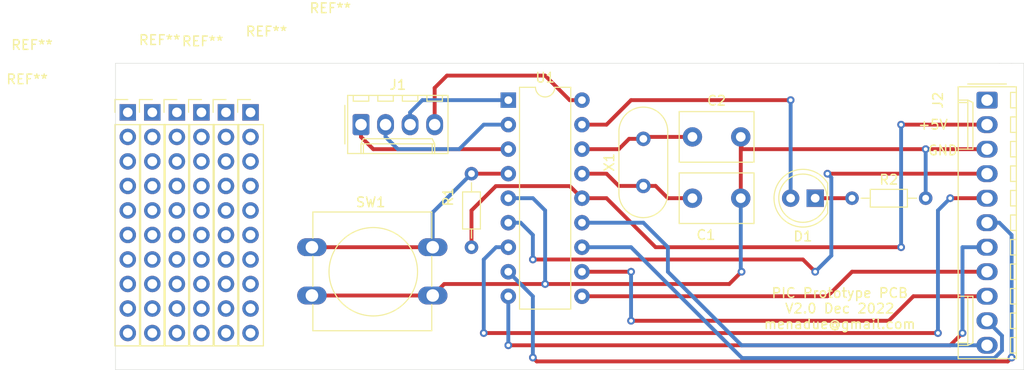
<source format=kicad_pcb>
(kicad_pcb (version 20171130) (host pcbnew 5.1.5+dfsg1-2build2)

  (general
    (thickness 1.6)
    (drawings 10)
    (tracks 127)
    (zones 0)
    (modules 16)
    (nets 20)
  )

  (page A4)
  (layers
    (0 F.Cu signal)
    (31 B.Cu signal)
    (32 B.Adhes user)
    (33 F.Adhes user)
    (34 B.Paste user)
    (35 F.Paste user)
    (36 B.SilkS user)
    (37 F.SilkS user)
    (38 B.Mask user)
    (39 F.Mask user)
    (40 Dwgs.User user)
    (41 Cmts.User user)
    (42 Eco1.User user)
    (43 Eco2.User user)
    (44 Edge.Cuts user)
    (45 Margin user)
    (46 B.CrtYd user)
    (47 F.CrtYd user)
    (48 B.Fab user)
    (49 F.Fab user)
  )

  (setup
    (last_trace_width 0.25)
    (user_trace_width 0.4)
    (trace_clearance 0.2)
    (zone_clearance 0.508)
    (zone_45_only no)
    (trace_min 0.2)
    (via_size 0.8)
    (via_drill 0.4)
    (via_min_size 0.4)
    (via_min_drill 0.3)
    (user_via 1.1 1)
    (uvia_size 0.3)
    (uvia_drill 0.1)
    (uvias_allowed no)
    (uvia_min_size 0.2)
    (uvia_min_drill 0.1)
    (edge_width 0.05)
    (segment_width 0.2)
    (pcb_text_width 0.3)
    (pcb_text_size 1.5 1.5)
    (mod_edge_width 0.12)
    (mod_text_size 1 1)
    (mod_text_width 0.15)
    (pad_size 1.524 1.524)
    (pad_drill 0.762)
    (pad_to_mask_clearance 0.05)
    (aux_axis_origin 0 0)
    (visible_elements FFFFFF7F)
    (pcbplotparams
      (layerselection 0x010fc_ffffffff)
      (usegerberextensions false)
      (usegerberattributes true)
      (usegerberadvancedattributes true)
      (creategerberjobfile true)
      (excludeedgelayer true)
      (linewidth 0.100000)
      (plotframeref false)
      (viasonmask false)
      (mode 1)
      (useauxorigin false)
      (hpglpennumber 1)
      (hpglpenspeed 20)
      (hpglpendiameter 15.000000)
      (psnegative false)
      (psa4output false)
      (plotreference true)
      (plotvalue true)
      (plotinvisibletext false)
      (padsonsilk false)
      (subtractmaskfromsilk false)
      (outputformat 1)
      (mirror false)
      (drillshape 0)
      (scaleselection 1)
      (outputdirectory "fab2/"))
  )

  (net 0 "")
  (net 1 GND)
  (net 2 "Net-(C1-Pad1)")
  (net 3 "Net-(C2-Pad1)")
  (net 4 "Net-(D1-Pad2)")
  (net 5 "Net-(D1-Pad1)")
  (net 6 IO1)
  (net 7 IO2)
  (net 8 IO3)
  (net 9 "Net-(J2-Pad11)")
  (net 10 "Net-(J2-Pad10)")
  (net 11 "Net-(J2-Pad9)")
  (net 12 "Net-(J2-Pad8)")
  (net 13 "Net-(J2-Pad7)")
  (net 14 "Net-(J2-Pad6)")
  (net 15 "Net-(J2-Pad5)")
  (net 16 "Net-(J2-Pad4)")
  (net 17 +5V)
  (net 18 "Net-(R1-Pad2)")
  (net 19 IO4)

  (net_class Default "This is the default net class."
    (clearance 0.2)
    (trace_width 0.25)
    (via_dia 0.8)
    (via_drill 0.4)
    (uvia_dia 0.3)
    (uvia_drill 0.1)
    (add_net +5V)
    (add_net GND)
    (add_net IO1)
    (add_net IO2)
    (add_net IO3)
    (add_net IO4)
    (add_net "Net-(C1-Pad1)")
    (add_net "Net-(C2-Pad1)")
    (add_net "Net-(D1-Pad1)")
    (add_net "Net-(D1-Pad2)")
    (add_net "Net-(J2-Pad10)")
    (add_net "Net-(J2-Pad11)")
    (add_net "Net-(J2-Pad4)")
    (add_net "Net-(J2-Pad5)")
    (add_net "Net-(J2-Pad6)")
    (add_net "Net-(J2-Pad7)")
    (add_net "Net-(J2-Pad8)")
    (add_net "Net-(J2-Pad9)")
    (add_net "Net-(R1-Pad2)")
  )

  (module Connector_PinHeader_2.54mm:PinHeader_1x10_P2.54mm_Vertical (layer F.Cu) (tedit 59FED5CC) (tstamp 63B0AE2B)
    (at 137.16 50.8)
    (descr "Through hole straight pin header, 1x10, 2.54mm pitch, single row")
    (tags "Through hole pin header THT 1x10 2.54mm single row")
    (fp_text reference REF** (at 8.255 -10.795) (layer F.SilkS)
      (effects (font (size 1 1) (thickness 0.15)))
    )
    (fp_text value PinHeader_1x10_P2.54mm_Vertical (at 0 25.19) (layer F.Fab)
      (effects (font (size 1 1) (thickness 0.15)))
    )
    (fp_line (start -0.635 -1.27) (end 1.27 -1.27) (layer F.Fab) (width 0.1))
    (fp_line (start 1.27 -1.27) (end 1.27 24.13) (layer F.Fab) (width 0.1))
    (fp_line (start 1.27 24.13) (end -1.27 24.13) (layer F.Fab) (width 0.1))
    (fp_line (start -1.27 24.13) (end -1.27 -0.635) (layer F.Fab) (width 0.1))
    (fp_line (start -1.27 -0.635) (end -0.635 -1.27) (layer F.Fab) (width 0.1))
    (fp_line (start -1.33 24.19) (end 1.33 24.19) (layer F.SilkS) (width 0.12))
    (fp_line (start -1.33 1.27) (end -1.33 24.19) (layer F.SilkS) (width 0.12))
    (fp_line (start 1.33 1.27) (end 1.33 24.19) (layer F.SilkS) (width 0.12))
    (fp_line (start -1.33 1.27) (end 1.33 1.27) (layer F.SilkS) (width 0.12))
    (fp_line (start -1.33 0) (end -1.33 -1.33) (layer F.SilkS) (width 0.12))
    (fp_line (start -1.33 -1.33) (end 0 -1.33) (layer F.SilkS) (width 0.12))
    (fp_line (start -1.8 -1.8) (end -1.8 24.65) (layer F.CrtYd) (width 0.05))
    (fp_line (start -1.8 24.65) (end 1.8 24.65) (layer F.CrtYd) (width 0.05))
    (fp_line (start 1.8 24.65) (end 1.8 -1.8) (layer F.CrtYd) (width 0.05))
    (fp_line (start 1.8 -1.8) (end -1.8 -1.8) (layer F.CrtYd) (width 0.05))
    (fp_text user %R (at 0 11.43 90) (layer F.Fab)
      (effects (font (size 1 1) (thickness 0.15)))
    )
    (pad 1 thru_hole rect (at 0 0) (size 1.7 1.7) (drill 1) (layers *.Cu *.Mask))
    (pad 2 thru_hole oval (at 0 2.54) (size 1.7 1.7) (drill 1) (layers *.Cu *.Mask))
    (pad 3 thru_hole oval (at 0 5.08) (size 1.7 1.7) (drill 1) (layers *.Cu *.Mask))
    (pad 4 thru_hole oval (at 0 7.62) (size 1.7 1.7) (drill 1) (layers *.Cu *.Mask))
    (pad 5 thru_hole oval (at 0 10.16) (size 1.7 1.7) (drill 1) (layers *.Cu *.Mask))
    (pad 6 thru_hole oval (at 0 12.7) (size 1.7 1.7) (drill 1) (layers *.Cu *.Mask))
    (pad 7 thru_hole oval (at 0 15.24) (size 1.7 1.7) (drill 1) (layers *.Cu *.Mask))
    (pad 8 thru_hole oval (at 0 17.78) (size 1.7 1.7) (drill 1) (layers *.Cu *.Mask))
    (pad 9 thru_hole oval (at 0 20.32) (size 1.7 1.7) (drill 1) (layers *.Cu *.Mask))
    (pad 10 thru_hole oval (at 0 22.86) (size 1.7 1.7) (drill 1) (layers *.Cu *.Mask))
    (model ${KISYS3DMOD}/Connector_PinHeader_2.54mm.3dshapes/PinHeader_1x10_P2.54mm_Vertical.wrl
      (at (xyz 0 0 0))
      (scale (xyz 1 1 1))
      (rotate (xyz 0 0 0))
    )
  )

  (module Connector_PinHeader_2.54mm:PinHeader_1x10_P2.54mm_Vertical (layer F.Cu) (tedit 59FED5CC) (tstamp 63B0AE2B)
    (at 134.62 50.8)
    (descr "Through hole straight pin header, 1x10, 2.54mm pitch, single row")
    (tags "Through hole pin header THT 1x10 2.54mm single row")
    (fp_text reference REF** (at 4.191 -8.382) (layer F.SilkS)
      (effects (font (size 1 1) (thickness 0.15)))
    )
    (fp_text value PinHeader_1x10_P2.54mm_Vertical (at 0 25.19) (layer F.Fab)
      (effects (font (size 1 1) (thickness 0.15)))
    )
    (fp_line (start -0.635 -1.27) (end 1.27 -1.27) (layer F.Fab) (width 0.1))
    (fp_line (start 1.27 -1.27) (end 1.27 24.13) (layer F.Fab) (width 0.1))
    (fp_line (start 1.27 24.13) (end -1.27 24.13) (layer F.Fab) (width 0.1))
    (fp_line (start -1.27 24.13) (end -1.27 -0.635) (layer F.Fab) (width 0.1))
    (fp_line (start -1.27 -0.635) (end -0.635 -1.27) (layer F.Fab) (width 0.1))
    (fp_line (start -1.33 24.19) (end 1.33 24.19) (layer F.SilkS) (width 0.12))
    (fp_line (start -1.33 1.27) (end -1.33 24.19) (layer F.SilkS) (width 0.12))
    (fp_line (start 1.33 1.27) (end 1.33 24.19) (layer F.SilkS) (width 0.12))
    (fp_line (start -1.33 1.27) (end 1.33 1.27) (layer F.SilkS) (width 0.12))
    (fp_line (start -1.33 0) (end -1.33 -1.33) (layer F.SilkS) (width 0.12))
    (fp_line (start -1.33 -1.33) (end 0 -1.33) (layer F.SilkS) (width 0.12))
    (fp_line (start -1.8 -1.8) (end -1.8 24.65) (layer F.CrtYd) (width 0.05))
    (fp_line (start -1.8 24.65) (end 1.8 24.65) (layer F.CrtYd) (width 0.05))
    (fp_line (start 1.8 24.65) (end 1.8 -1.8) (layer F.CrtYd) (width 0.05))
    (fp_line (start 1.8 -1.8) (end -1.8 -1.8) (layer F.CrtYd) (width 0.05))
    (fp_text user %R (at 0 11.43 90) (layer F.Fab)
      (effects (font (size 1 1) (thickness 0.15)))
    )
    (pad 1 thru_hole rect (at 0 0) (size 1.7 1.7) (drill 1) (layers *.Cu *.Mask))
    (pad 2 thru_hole oval (at 0 2.54) (size 1.7 1.7) (drill 1) (layers *.Cu *.Mask))
    (pad 3 thru_hole oval (at 0 5.08) (size 1.7 1.7) (drill 1) (layers *.Cu *.Mask))
    (pad 4 thru_hole oval (at 0 7.62) (size 1.7 1.7) (drill 1) (layers *.Cu *.Mask))
    (pad 5 thru_hole oval (at 0 10.16) (size 1.7 1.7) (drill 1) (layers *.Cu *.Mask))
    (pad 6 thru_hole oval (at 0 12.7) (size 1.7 1.7) (drill 1) (layers *.Cu *.Mask))
    (pad 7 thru_hole oval (at 0 15.24) (size 1.7 1.7) (drill 1) (layers *.Cu *.Mask))
    (pad 8 thru_hole oval (at 0 17.78) (size 1.7 1.7) (drill 1) (layers *.Cu *.Mask))
    (pad 9 thru_hole oval (at 0 20.32) (size 1.7 1.7) (drill 1) (layers *.Cu *.Mask))
    (pad 10 thru_hole oval (at 0 22.86) (size 1.7 1.7) (drill 1) (layers *.Cu *.Mask))
    (model ${KISYS3DMOD}/Connector_PinHeader_2.54mm.3dshapes/PinHeader_1x10_P2.54mm_Vertical.wrl
      (at (xyz 0 0 0))
      (scale (xyz 1 1 1))
      (rotate (xyz 0 0 0))
    )
  )

  (module Connector_PinHeader_2.54mm:PinHeader_1x10_P2.54mm_Vertical (layer F.Cu) (tedit 59FED5CC) (tstamp 63B0AE2B)
    (at 132.08 50.8)
    (descr "Through hole straight pin header, 1x10, 2.54mm pitch, single row")
    (tags "Through hole pin header THT 1x10 2.54mm single row")
    (fp_text reference REF** (at 0.127 -7.366) (layer F.SilkS)
      (effects (font (size 1 1) (thickness 0.15)))
    )
    (fp_text value PinHeader_1x10_P2.54mm_Vertical (at 0 25.19) (layer F.Fab)
      (effects (font (size 1 1) (thickness 0.15)))
    )
    (fp_line (start -0.635 -1.27) (end 1.27 -1.27) (layer F.Fab) (width 0.1))
    (fp_line (start 1.27 -1.27) (end 1.27 24.13) (layer F.Fab) (width 0.1))
    (fp_line (start 1.27 24.13) (end -1.27 24.13) (layer F.Fab) (width 0.1))
    (fp_line (start -1.27 24.13) (end -1.27 -0.635) (layer F.Fab) (width 0.1))
    (fp_line (start -1.27 -0.635) (end -0.635 -1.27) (layer F.Fab) (width 0.1))
    (fp_line (start -1.33 24.19) (end 1.33 24.19) (layer F.SilkS) (width 0.12))
    (fp_line (start -1.33 1.27) (end -1.33 24.19) (layer F.SilkS) (width 0.12))
    (fp_line (start 1.33 1.27) (end 1.33 24.19) (layer F.SilkS) (width 0.12))
    (fp_line (start -1.33 1.27) (end 1.33 1.27) (layer F.SilkS) (width 0.12))
    (fp_line (start -1.33 0) (end -1.33 -1.33) (layer F.SilkS) (width 0.12))
    (fp_line (start -1.33 -1.33) (end 0 -1.33) (layer F.SilkS) (width 0.12))
    (fp_line (start -1.8 -1.8) (end -1.8 24.65) (layer F.CrtYd) (width 0.05))
    (fp_line (start -1.8 24.65) (end 1.8 24.65) (layer F.CrtYd) (width 0.05))
    (fp_line (start 1.8 24.65) (end 1.8 -1.8) (layer F.CrtYd) (width 0.05))
    (fp_line (start 1.8 -1.8) (end -1.8 -1.8) (layer F.CrtYd) (width 0.05))
    (fp_text user %R (at 0 11.43 90) (layer F.Fab)
      (effects (font (size 1 1) (thickness 0.15)))
    )
    (pad 1 thru_hole rect (at 0 0) (size 1.7 1.7) (drill 1) (layers *.Cu *.Mask))
    (pad 2 thru_hole oval (at 0 2.54) (size 1.7 1.7) (drill 1) (layers *.Cu *.Mask))
    (pad 3 thru_hole oval (at 0 5.08) (size 1.7 1.7) (drill 1) (layers *.Cu *.Mask))
    (pad 4 thru_hole oval (at 0 7.62) (size 1.7 1.7) (drill 1) (layers *.Cu *.Mask))
    (pad 5 thru_hole oval (at 0 10.16) (size 1.7 1.7) (drill 1) (layers *.Cu *.Mask))
    (pad 6 thru_hole oval (at 0 12.7) (size 1.7 1.7) (drill 1) (layers *.Cu *.Mask))
    (pad 7 thru_hole oval (at 0 15.24) (size 1.7 1.7) (drill 1) (layers *.Cu *.Mask))
    (pad 8 thru_hole oval (at 0 17.78) (size 1.7 1.7) (drill 1) (layers *.Cu *.Mask))
    (pad 9 thru_hole oval (at 0 20.32) (size 1.7 1.7) (drill 1) (layers *.Cu *.Mask))
    (pad 10 thru_hole oval (at 0 22.86) (size 1.7 1.7) (drill 1) (layers *.Cu *.Mask))
    (model ${KISYS3DMOD}/Connector_PinHeader_2.54mm.3dshapes/PinHeader_1x10_P2.54mm_Vertical.wrl
      (at (xyz 0 0 0))
      (scale (xyz 1 1 1))
      (rotate (xyz 0 0 0))
    )
  )

  (module Connector_PinHeader_2.54mm:PinHeader_1x10_P2.54mm_Vertical (layer F.Cu) (tedit 59FED5CC) (tstamp 63B0AE2B)
    (at 129.54 50.8)
    (descr "Through hole straight pin header, 1x10, 2.54mm pitch, single row")
    (tags "Through hole pin header THT 1x10 2.54mm single row")
    (fp_text reference REF** (at -1.778 -7.493) (layer F.SilkS)
      (effects (font (size 1 1) (thickness 0.15)))
    )
    (fp_text value PinHeader_1x10_P2.54mm_Vertical (at 0 25.19) (layer F.Fab)
      (effects (font (size 1 1) (thickness 0.15)))
    )
    (fp_line (start -0.635 -1.27) (end 1.27 -1.27) (layer F.Fab) (width 0.1))
    (fp_line (start 1.27 -1.27) (end 1.27 24.13) (layer F.Fab) (width 0.1))
    (fp_line (start 1.27 24.13) (end -1.27 24.13) (layer F.Fab) (width 0.1))
    (fp_line (start -1.27 24.13) (end -1.27 -0.635) (layer F.Fab) (width 0.1))
    (fp_line (start -1.27 -0.635) (end -0.635 -1.27) (layer F.Fab) (width 0.1))
    (fp_line (start -1.33 24.19) (end 1.33 24.19) (layer F.SilkS) (width 0.12))
    (fp_line (start -1.33 1.27) (end -1.33 24.19) (layer F.SilkS) (width 0.12))
    (fp_line (start 1.33 1.27) (end 1.33 24.19) (layer F.SilkS) (width 0.12))
    (fp_line (start -1.33 1.27) (end 1.33 1.27) (layer F.SilkS) (width 0.12))
    (fp_line (start -1.33 0) (end -1.33 -1.33) (layer F.SilkS) (width 0.12))
    (fp_line (start -1.33 -1.33) (end 0 -1.33) (layer F.SilkS) (width 0.12))
    (fp_line (start -1.8 -1.8) (end -1.8 24.65) (layer F.CrtYd) (width 0.05))
    (fp_line (start -1.8 24.65) (end 1.8 24.65) (layer F.CrtYd) (width 0.05))
    (fp_line (start 1.8 24.65) (end 1.8 -1.8) (layer F.CrtYd) (width 0.05))
    (fp_line (start 1.8 -1.8) (end -1.8 -1.8) (layer F.CrtYd) (width 0.05))
    (fp_text user %R (at 0 11.43 90) (layer F.Fab)
      (effects (font (size 1 1) (thickness 0.15)))
    )
    (pad 1 thru_hole rect (at 0 0) (size 1.7 1.7) (drill 1) (layers *.Cu *.Mask))
    (pad 2 thru_hole oval (at 0 2.54) (size 1.7 1.7) (drill 1) (layers *.Cu *.Mask))
    (pad 3 thru_hole oval (at 0 5.08) (size 1.7 1.7) (drill 1) (layers *.Cu *.Mask))
    (pad 4 thru_hole oval (at 0 7.62) (size 1.7 1.7) (drill 1) (layers *.Cu *.Mask))
    (pad 5 thru_hole oval (at 0 10.16) (size 1.7 1.7) (drill 1) (layers *.Cu *.Mask))
    (pad 6 thru_hole oval (at 0 12.7) (size 1.7 1.7) (drill 1) (layers *.Cu *.Mask))
    (pad 7 thru_hole oval (at 0 15.24) (size 1.7 1.7) (drill 1) (layers *.Cu *.Mask))
    (pad 8 thru_hole oval (at 0 17.78) (size 1.7 1.7) (drill 1) (layers *.Cu *.Mask))
    (pad 9 thru_hole oval (at 0 20.32) (size 1.7 1.7) (drill 1) (layers *.Cu *.Mask))
    (pad 10 thru_hole oval (at 0 22.86) (size 1.7 1.7) (drill 1) (layers *.Cu *.Mask))
    (model ${KISYS3DMOD}/Connector_PinHeader_2.54mm.3dshapes/PinHeader_1x10_P2.54mm_Vertical.wrl
      (at (xyz 0 0 0))
      (scale (xyz 1 1 1))
      (rotate (xyz 0 0 0))
    )
  )

  (module Connector_PinHeader_2.54mm:PinHeader_1x10_P2.54mm_Vertical (layer F.Cu) (tedit 59FED5CC) (tstamp 63B0ADB1)
    (at 127 50.8)
    (descr "Through hole straight pin header, 1x10, 2.54mm pitch, single row")
    (tags "Through hole pin header THT 1x10 2.54mm single row")
    (fp_text reference REF** (at -12.446 -6.985) (layer F.SilkS)
      (effects (font (size 1 1) (thickness 0.15)))
    )
    (fp_text value PinHeader_1x10_P2.54mm_Vertical (at 0 25.19) (layer F.Fab)
      (effects (font (size 1 1) (thickness 0.15)))
    )
    (fp_text user %R (at 0 11.43 90) (layer F.Fab)
      (effects (font (size 1 1) (thickness 0.15)))
    )
    (fp_line (start 1.8 -1.8) (end -1.8 -1.8) (layer F.CrtYd) (width 0.05))
    (fp_line (start 1.8 24.65) (end 1.8 -1.8) (layer F.CrtYd) (width 0.05))
    (fp_line (start -1.8 24.65) (end 1.8 24.65) (layer F.CrtYd) (width 0.05))
    (fp_line (start -1.8 -1.8) (end -1.8 24.65) (layer F.CrtYd) (width 0.05))
    (fp_line (start -1.33 -1.33) (end 0 -1.33) (layer F.SilkS) (width 0.12))
    (fp_line (start -1.33 0) (end -1.33 -1.33) (layer F.SilkS) (width 0.12))
    (fp_line (start -1.33 1.27) (end 1.33 1.27) (layer F.SilkS) (width 0.12))
    (fp_line (start 1.33 1.27) (end 1.33 24.19) (layer F.SilkS) (width 0.12))
    (fp_line (start -1.33 1.27) (end -1.33 24.19) (layer F.SilkS) (width 0.12))
    (fp_line (start -1.33 24.19) (end 1.33 24.19) (layer F.SilkS) (width 0.12))
    (fp_line (start -1.27 -0.635) (end -0.635 -1.27) (layer F.Fab) (width 0.1))
    (fp_line (start -1.27 24.13) (end -1.27 -0.635) (layer F.Fab) (width 0.1))
    (fp_line (start 1.27 24.13) (end -1.27 24.13) (layer F.Fab) (width 0.1))
    (fp_line (start 1.27 -1.27) (end 1.27 24.13) (layer F.Fab) (width 0.1))
    (fp_line (start -0.635 -1.27) (end 1.27 -1.27) (layer F.Fab) (width 0.1))
    (pad 10 thru_hole oval (at 0 22.86) (size 1.7 1.7) (drill 1) (layers *.Cu *.Mask))
    (pad 9 thru_hole oval (at 0 20.32) (size 1.7 1.7) (drill 1) (layers *.Cu *.Mask))
    (pad 8 thru_hole oval (at 0 17.78) (size 1.7 1.7) (drill 1) (layers *.Cu *.Mask))
    (pad 7 thru_hole oval (at 0 15.24) (size 1.7 1.7) (drill 1) (layers *.Cu *.Mask))
    (pad 6 thru_hole oval (at 0 12.7) (size 1.7 1.7) (drill 1) (layers *.Cu *.Mask))
    (pad 5 thru_hole oval (at 0 10.16) (size 1.7 1.7) (drill 1) (layers *.Cu *.Mask))
    (pad 4 thru_hole oval (at 0 7.62) (size 1.7 1.7) (drill 1) (layers *.Cu *.Mask))
    (pad 3 thru_hole oval (at 0 5.08) (size 1.7 1.7) (drill 1) (layers *.Cu *.Mask))
    (pad 2 thru_hole oval (at 0 2.54) (size 1.7 1.7) (drill 1) (layers *.Cu *.Mask))
    (pad 1 thru_hole rect (at 0 0) (size 1.7 1.7) (drill 1) (layers *.Cu *.Mask))
    (model ${KISYS3DMOD}/Connector_PinHeader_2.54mm.3dshapes/PinHeader_1x10_P2.54mm_Vertical.wrl
      (at (xyz 0 0 0))
      (scale (xyz 1 1 1))
      (rotate (xyz 0 0 0))
    )
  )

  (module Connector_PinHeader_2.54mm:PinHeader_1x10_P2.54mm_Vertical (layer F.Cu) (tedit 59FED5CC) (tstamp 63B0AD59)
    (at 124.46 50.8)
    (descr "Through hole straight pin header, 1x10, 2.54mm pitch, single row")
    (tags "Through hole pin header THT 1x10 2.54mm single row")
    (fp_text reference REF** (at -10.414 -3.429) (layer F.SilkS)
      (effects (font (size 1 1) (thickness 0.15)))
    )
    (fp_text value PinHeader_1x10_P2.54mm_Vertical (at 0 25.19) (layer F.Fab)
      (effects (font (size 1 1) (thickness 0.15)))
    )
    (fp_text user %R (at 0 11.43 90) (layer F.Fab)
      (effects (font (size 1 1) (thickness 0.15)))
    )
    (fp_line (start 1.8 -1.8) (end -1.8 -1.8) (layer F.CrtYd) (width 0.05))
    (fp_line (start 1.8 24.65) (end 1.8 -1.8) (layer F.CrtYd) (width 0.05))
    (fp_line (start -1.8 24.65) (end 1.8 24.65) (layer F.CrtYd) (width 0.05))
    (fp_line (start -1.8 -1.8) (end -1.8 24.65) (layer F.CrtYd) (width 0.05))
    (fp_line (start -1.33 -1.33) (end 0 -1.33) (layer F.SilkS) (width 0.12))
    (fp_line (start -1.33 0) (end -1.33 -1.33) (layer F.SilkS) (width 0.12))
    (fp_line (start -1.33 1.27) (end 1.33 1.27) (layer F.SilkS) (width 0.12))
    (fp_line (start 1.33 1.27) (end 1.33 24.19) (layer F.SilkS) (width 0.12))
    (fp_line (start -1.33 1.27) (end -1.33 24.19) (layer F.SilkS) (width 0.12))
    (fp_line (start -1.33 24.19) (end 1.33 24.19) (layer F.SilkS) (width 0.12))
    (fp_line (start -1.27 -0.635) (end -0.635 -1.27) (layer F.Fab) (width 0.1))
    (fp_line (start -1.27 24.13) (end -1.27 -0.635) (layer F.Fab) (width 0.1))
    (fp_line (start 1.27 24.13) (end -1.27 24.13) (layer F.Fab) (width 0.1))
    (fp_line (start 1.27 -1.27) (end 1.27 24.13) (layer F.Fab) (width 0.1))
    (fp_line (start -0.635 -1.27) (end 1.27 -1.27) (layer F.Fab) (width 0.1))
    (pad 10 thru_hole oval (at 0 22.86) (size 1.7 1.7) (drill 1) (layers *.Cu *.Mask))
    (pad 9 thru_hole oval (at 0 20.32) (size 1.7 1.7) (drill 1) (layers *.Cu *.Mask))
    (pad 8 thru_hole oval (at 0 17.78) (size 1.7 1.7) (drill 1) (layers *.Cu *.Mask))
    (pad 7 thru_hole oval (at 0 15.24) (size 1.7 1.7) (drill 1) (layers *.Cu *.Mask))
    (pad 6 thru_hole oval (at 0 12.7) (size 1.7 1.7) (drill 1) (layers *.Cu *.Mask))
    (pad 5 thru_hole oval (at 0 10.16) (size 1.7 1.7) (drill 1) (layers *.Cu *.Mask))
    (pad 4 thru_hole oval (at 0 7.62) (size 1.7 1.7) (drill 1) (layers *.Cu *.Mask))
    (pad 3 thru_hole oval (at 0 5.08) (size 1.7 1.7) (drill 1) (layers *.Cu *.Mask))
    (pad 2 thru_hole oval (at 0 2.54) (size 1.7 1.7) (drill 1) (layers *.Cu *.Mask))
    (pad 1 thru_hole rect (at 0 0) (size 1.7 1.7) (drill 1) (layers *.Cu *.Mask))
    (model ${KISYS3DMOD}/Connector_PinHeader_2.54mm.3dshapes/PinHeader_1x10_P2.54mm_Vertical.wrl
      (at (xyz 0 0 0))
      (scale (xyz 1 1 1))
      (rotate (xyz 0 0 0))
    )
  )

  (module Crystal:Crystal_HC49-4H_Vertical (layer F.Cu) (tedit 5A1AD3B7) (tstamp 5F191897)
    (at 177.8 58.42 90)
    (descr "Crystal THT HC-49-4H http://5hertz.com/pdfs/04404_D.pdf")
    (tags "THT crystalHC-49-4H")
    (path /5F28862C)
    (fp_text reference X1 (at 2.44 -3.525 90) (layer F.SilkS)
      (effects (font (size 1 1) (thickness 0.15)))
    )
    (fp_text value XTAL (at 2.44 3.525 90) (layer F.Fab)
      (effects (font (size 1 1) (thickness 0.15)))
    )
    (fp_arc (start 5.64 0) (end 5.64 -2.525) (angle 180) (layer F.SilkS) (width 0.12))
    (fp_arc (start -0.76 0) (end -0.76 -2.525) (angle -180) (layer F.SilkS) (width 0.12))
    (fp_arc (start 5.44 0) (end 5.44 -2) (angle 180) (layer F.Fab) (width 0.1))
    (fp_arc (start -0.56 0) (end -0.56 -2) (angle -180) (layer F.Fab) (width 0.1))
    (fp_arc (start 5.64 0) (end 5.64 -2.325) (angle 180) (layer F.Fab) (width 0.1))
    (fp_arc (start -0.76 0) (end -0.76 -2.325) (angle -180) (layer F.Fab) (width 0.1))
    (fp_text user %R (at 2.44 0 90) (layer F.Fab)
      (effects (font (size 1 1) (thickness 0.15)))
    )
    (fp_line (start -0.76 -2.325) (end 5.64 -2.325) (layer F.Fab) (width 0.1))
    (fp_line (start -0.76 2.325) (end 5.64 2.325) (layer F.Fab) (width 0.1))
    (fp_line (start -0.56 -2) (end 5.44 -2) (layer F.Fab) (width 0.1))
    (fp_line (start -0.56 2) (end 5.44 2) (layer F.Fab) (width 0.1))
    (fp_line (start -0.76 -2.525) (end 5.64 -2.525) (layer F.SilkS) (width 0.12))
    (fp_line (start -0.76 2.525) (end 5.64 2.525) (layer F.SilkS) (width 0.12))
    (fp_line (start -3.6 -2.8) (end -3.6 2.8) (layer F.CrtYd) (width 0.05))
    (fp_line (start -3.6 2.8) (end 8.5 2.8) (layer F.CrtYd) (width 0.05))
    (fp_line (start 8.5 2.8) (end 8.5 -2.8) (layer F.CrtYd) (width 0.05))
    (fp_line (start 8.5 -2.8) (end -3.6 -2.8) (layer F.CrtYd) (width 0.05))
    (pad 2 thru_hole circle (at 4.88 0 90) (size 1.5 1.5) (drill 0.8) (layers *.Cu *.Mask)
      (net 3 "Net-(C2-Pad1)"))
    (pad 1 thru_hole circle (at 0 0 90) (size 1.5 1.5) (drill 0.8) (layers *.Cu *.Mask)
      (net 2 "Net-(C1-Pad1)"))
    (model ${KISYS3DMOD}/Crystal.3dshapes/Crystal_HC49-4H_Vertical.wrl
      (at (xyz 0 0 0))
      (scale (xyz 1 1 1))
      (rotate (xyz 0 0 0))
    )
  )

  (module Package_DIP:DIP-18_W7.62mm (layer F.Cu) (tedit 5A02E8C5) (tstamp 5F191880)
    (at 163.83 49.53)
    (descr "18-lead though-hole mounted DIP package, row spacing 7.62 mm (300 mils)")
    (tags "THT DIP DIL PDIP 2.54mm 7.62mm 300mil")
    (path /5F285697)
    (fp_text reference U1 (at 3.81 -2.33) (layer F.SilkS)
      (effects (font (size 1 1) (thickness 0.15)))
    )
    (fp_text value PIC16F84A-XXP (at 3.81 22.65) (layer F.Fab)
      (effects (font (size 1 1) (thickness 0.15)))
    )
    (fp_text user %R (at 3.81 10.16) (layer F.Fab)
      (effects (font (size 1 1) (thickness 0.15)))
    )
    (fp_arc (start 3.81 -1.33) (end 2.81 -1.33) (angle -180) (layer F.SilkS) (width 0.12))
    (fp_line (start 1.635 -1.27) (end 6.985 -1.27) (layer F.Fab) (width 0.1))
    (fp_line (start 6.985 -1.27) (end 6.985 21.59) (layer F.Fab) (width 0.1))
    (fp_line (start 6.985 21.59) (end 0.635 21.59) (layer F.Fab) (width 0.1))
    (fp_line (start 0.635 21.59) (end 0.635 -0.27) (layer F.Fab) (width 0.1))
    (fp_line (start 0.635 -0.27) (end 1.635 -1.27) (layer F.Fab) (width 0.1))
    (fp_line (start 2.81 -1.33) (end 1.16 -1.33) (layer F.SilkS) (width 0.12))
    (fp_line (start 1.16 -1.33) (end 1.16 21.65) (layer F.SilkS) (width 0.12))
    (fp_line (start 1.16 21.65) (end 6.46 21.65) (layer F.SilkS) (width 0.12))
    (fp_line (start 6.46 21.65) (end 6.46 -1.33) (layer F.SilkS) (width 0.12))
    (fp_line (start 6.46 -1.33) (end 4.81 -1.33) (layer F.SilkS) (width 0.12))
    (fp_line (start -1.1 -1.55) (end -1.1 21.85) (layer F.CrtYd) (width 0.05))
    (fp_line (start -1.1 21.85) (end 8.7 21.85) (layer F.CrtYd) (width 0.05))
    (fp_line (start 8.7 21.85) (end 8.7 -1.55) (layer F.CrtYd) (width 0.05))
    (fp_line (start 8.7 -1.55) (end -1.1 -1.55) (layer F.CrtYd) (width 0.05))
    (pad 18 thru_hole oval (at 7.62 0) (size 1.6 1.6) (drill 0.8) (layers *.Cu *.Mask)
      (net 6 IO1))
    (pad 9 thru_hole oval (at 0 20.32) (size 1.6 1.6) (drill 0.8) (layers *.Cu *.Mask)
      (net 13 "Net-(J2-Pad7)"))
    (pad 17 thru_hole oval (at 7.62 2.54) (size 1.6 1.6) (drill 0.8) (layers *.Cu *.Mask)
      (net 4 "Net-(D1-Pad2)"))
    (pad 8 thru_hole oval (at 0 17.78) (size 1.6 1.6) (drill 0.8) (layers *.Cu *.Mask)
      (net 14 "Net-(J2-Pad6)"))
    (pad 16 thru_hole oval (at 7.62 5.08) (size 1.6 1.6) (drill 0.8) (layers *.Cu *.Mask)
      (net 3 "Net-(C2-Pad1)"))
    (pad 7 thru_hole oval (at 0 15.24) (size 1.6 1.6) (drill 0.8) (layers *.Cu *.Mask)
      (net 15 "Net-(J2-Pad5)"))
    (pad 15 thru_hole oval (at 7.62 7.62) (size 1.6 1.6) (drill 0.8) (layers *.Cu *.Mask)
      (net 2 "Net-(C1-Pad1)"))
    (pad 6 thru_hole oval (at 0 12.7) (size 1.6 1.6) (drill 0.8) (layers *.Cu *.Mask)
      (net 16 "Net-(J2-Pad4)"))
    (pad 14 thru_hole oval (at 7.62 10.16) (size 1.6 1.6) (drill 0.8) (layers *.Cu *.Mask)
      (net 17 +5V))
    (pad 5 thru_hole oval (at 0 10.16) (size 1.6 1.6) (drill 0.8) (layers *.Cu *.Mask)
      (net 1 GND))
    (pad 13 thru_hole oval (at 7.62 12.7) (size 1.6 1.6) (drill 0.8) (layers *.Cu *.Mask)
      (net 9 "Net-(J2-Pad11)"))
    (pad 4 thru_hole oval (at 0 7.62) (size 1.6 1.6) (drill 0.8) (layers *.Cu *.Mask)
      (net 18 "Net-(R1-Pad2)"))
    (pad 12 thru_hole oval (at 7.62 15.24) (size 1.6 1.6) (drill 0.8) (layers *.Cu *.Mask)
      (net 10 "Net-(J2-Pad10)"))
    (pad 3 thru_hole oval (at 0 5.08) (size 1.6 1.6) (drill 0.8) (layers *.Cu *.Mask)
      (net 19 IO4))
    (pad 11 thru_hole oval (at 7.62 17.78) (size 1.6 1.6) (drill 0.8) (layers *.Cu *.Mask)
      (net 11 "Net-(J2-Pad9)"))
    (pad 2 thru_hole oval (at 0 2.54) (size 1.6 1.6) (drill 0.8) (layers *.Cu *.Mask)
      (net 8 IO3))
    (pad 10 thru_hole oval (at 7.62 20.32) (size 1.6 1.6) (drill 0.8) (layers *.Cu *.Mask)
      (net 12 "Net-(J2-Pad8)"))
    (pad 1 thru_hole rect (at 0 0) (size 1.6 1.6) (drill 0.8) (layers *.Cu *.Mask)
      (net 7 IO2))
    (model ${KISYS3DMOD}/Package_DIP.3dshapes/DIP-18_W7.62mm.wrl
      (at (xyz 0 0 0))
      (scale (xyz 1 1 1))
      (rotate (xyz 0 0 0))
    )
  )

  (module Button_Switch_THT:SW_PUSH-12mm (layer F.Cu) (tedit 5D160D14) (tstamp 5F19185A)
    (at 143.51 64.77)
    (descr "SW PUSH 12mm https://www.e-switch.com/system/asset/product_line/data_sheet/143/TL1100.pdf")
    (tags "tact sw push 12mm")
    (path /5F28C6C0)
    (fp_text reference SW1 (at 6.08 -4.66) (layer F.SilkS)
      (effects (font (size 1 1) (thickness 0.15)))
    )
    (fp_text value Switch_SW_SPST (at 6.62 9.93) (layer F.Fab)
      (effects (font (size 1 1) (thickness 0.15)))
    )
    (fp_text user %R (at 6.35 2.54) (layer F.Fab)
      (effects (font (size 1 1) (thickness 0.15)))
    )
    (fp_line (start 0.25 8.5) (end 12.25 8.5) (layer F.Fab) (width 0.1))
    (fp_line (start 0.25 -3.5) (end 12.25 -3.5) (layer F.Fab) (width 0.1))
    (fp_line (start 12.25 -3.5) (end 12.25 8.5) (layer F.Fab) (width 0.1))
    (fp_line (start 0.1 -3.65) (end 12.4 -3.65) (layer F.SilkS) (width 0.12))
    (fp_line (start 12.4 0.93) (end 12.4 4.07) (layer F.SilkS) (width 0.12))
    (fp_line (start 12.4 8.65) (end 0.1 8.65) (layer F.SilkS) (width 0.12))
    (fp_line (start 0.1 -0.93) (end 0.1 -3.65) (layer F.SilkS) (width 0.12))
    (fp_line (start -1.77 -3.75) (end 14.25 -3.75) (layer F.CrtYd) (width 0.05))
    (fp_line (start -1.77 -3.75) (end -1.77 8.75) (layer F.CrtYd) (width 0.05))
    (fp_line (start 14.25 8.75) (end 14.25 -3.75) (layer F.CrtYd) (width 0.05))
    (fp_line (start 14.25 8.75) (end -1.77 8.75) (layer F.CrtYd) (width 0.05))
    (fp_circle (center 6.35 2.54) (end 10.16 5.08) (layer F.SilkS) (width 0.12))
    (fp_line (start 0.25 -3.5) (end 0.25 8.5) (layer F.Fab) (width 0.1))
    (fp_line (start 0.1 8.65) (end 0.1 5.93) (layer F.SilkS) (width 0.12))
    (fp_line (start 0.1 4.07) (end 0.1 0.93) (layer F.SilkS) (width 0.12))
    (fp_line (start 12.4 5.93) (end 12.4 8.65) (layer F.SilkS) (width 0.12))
    (fp_line (start 12.4 -3.65) (end 12.4 -0.93) (layer F.SilkS) (width 0.12))
    (pad 2 thru_hole oval (at 0 5) (size 3.048 1.85) (drill 1.3) (layers *.Cu *.Mask)
      (net 1 GND))
    (pad 1 thru_hole oval (at 0 0) (size 3.048 1.85) (drill 1.3) (layers *.Cu *.Mask)
      (net 18 "Net-(R1-Pad2)"))
    (pad 2 thru_hole oval (at 12.5 5) (size 3.048 1.85) (drill 1.3) (layers *.Cu *.Mask)
      (net 1 GND))
    (pad 1 thru_hole oval (at 12.5 0) (size 3.048 1.85) (drill 1.3) (layers *.Cu *.Mask)
      (net 18 "Net-(R1-Pad2)"))
    (model ${KISYS3DMOD}/Button_Switch_THT.3dshapes/SW_PUSH-12mm.wrl
      (at (xyz 0 0 0))
      (scale (xyz 1 1 1))
      (rotate (xyz 0 0 0))
    )
  )

  (module Resistor_THT:R_Axial_DIN0204_L3.6mm_D1.6mm_P7.62mm_Horizontal (layer F.Cu) (tedit 5AE5139B) (tstamp 5F191840)
    (at 199.39 59.69)
    (descr "Resistor, Axial_DIN0204 series, Axial, Horizontal, pin pitch=7.62mm, 0.167W, length*diameter=3.6*1.6mm^2, http://cdn-reichelt.de/documents/datenblatt/B400/1_4W%23YAG.pdf")
    (tags "Resistor Axial_DIN0204 series Axial Horizontal pin pitch 7.62mm 0.167W length 3.6mm diameter 1.6mm")
    (path /5F293B5E)
    (fp_text reference R2 (at 3.81 -1.92) (layer F.SilkS)
      (effects (font (size 1 1) (thickness 0.15)))
    )
    (fp_text value 330R (at 3.81 1.92) (layer F.Fab)
      (effects (font (size 1 1) (thickness 0.15)))
    )
    (fp_text user %R (at 3.81 0) (layer F.Fab)
      (effects (font (size 0.72 0.72) (thickness 0.108)))
    )
    (fp_line (start 2.01 -0.8) (end 2.01 0.8) (layer F.Fab) (width 0.1))
    (fp_line (start 2.01 0.8) (end 5.61 0.8) (layer F.Fab) (width 0.1))
    (fp_line (start 5.61 0.8) (end 5.61 -0.8) (layer F.Fab) (width 0.1))
    (fp_line (start 5.61 -0.8) (end 2.01 -0.8) (layer F.Fab) (width 0.1))
    (fp_line (start 0 0) (end 2.01 0) (layer F.Fab) (width 0.1))
    (fp_line (start 7.62 0) (end 5.61 0) (layer F.Fab) (width 0.1))
    (fp_line (start 1.89 -0.92) (end 1.89 0.92) (layer F.SilkS) (width 0.12))
    (fp_line (start 1.89 0.92) (end 5.73 0.92) (layer F.SilkS) (width 0.12))
    (fp_line (start 5.73 0.92) (end 5.73 -0.92) (layer F.SilkS) (width 0.12))
    (fp_line (start 5.73 -0.92) (end 1.89 -0.92) (layer F.SilkS) (width 0.12))
    (fp_line (start 0.94 0) (end 1.89 0) (layer F.SilkS) (width 0.12))
    (fp_line (start 6.68 0) (end 5.73 0) (layer F.SilkS) (width 0.12))
    (fp_line (start -0.95 -1.05) (end -0.95 1.05) (layer F.CrtYd) (width 0.05))
    (fp_line (start -0.95 1.05) (end 8.57 1.05) (layer F.CrtYd) (width 0.05))
    (fp_line (start 8.57 1.05) (end 8.57 -1.05) (layer F.CrtYd) (width 0.05))
    (fp_line (start 8.57 -1.05) (end -0.95 -1.05) (layer F.CrtYd) (width 0.05))
    (pad 2 thru_hole oval (at 7.62 0) (size 1.4 1.4) (drill 0.7) (layers *.Cu *.Mask)
      (net 1 GND))
    (pad 1 thru_hole circle (at 0 0) (size 1.4 1.4) (drill 0.7) (layers *.Cu *.Mask)
      (net 5 "Net-(D1-Pad1)"))
    (model ${KISYS3DMOD}/Resistor_THT.3dshapes/R_Axial_DIN0204_L3.6mm_D1.6mm_P7.62mm_Horizontal.wrl
      (at (xyz 0 0 0))
      (scale (xyz 1 1 1))
      (rotate (xyz 0 0 0))
    )
  )

  (module Resistor_THT:R_Axial_DIN0204_L3.6mm_D1.6mm_P7.62mm_Horizontal (layer F.Cu) (tedit 5AE5139B) (tstamp 5F191829)
    (at 160.02 64.77 90)
    (descr "Resistor, Axial_DIN0204 series, Axial, Horizontal, pin pitch=7.62mm, 0.167W, length*diameter=3.6*1.6mm^2, http://cdn-reichelt.de/documents/datenblatt/B400/1_4W%23YAG.pdf")
    (tags "Resistor Axial_DIN0204 series Axial Horizontal pin pitch 7.62mm 0.167W length 3.6mm diameter 1.6mm")
    (path /5F287431)
    (fp_text reference R1 (at 5.207 -2.413 90) (layer F.SilkS)
      (effects (font (size 1 1) (thickness 0.15)))
    )
    (fp_text value 10k (at 3.81 1.92 90) (layer F.Fab)
      (effects (font (size 1 1) (thickness 0.15)))
    )
    (fp_text user %R (at 6.194999 -1.395001 90) (layer F.Fab)
      (effects (font (size 0.72 0.72) (thickness 0.108)))
    )
    (fp_line (start 2.01 -0.8) (end 2.01 0.8) (layer F.Fab) (width 0.1))
    (fp_line (start 2.01 0.8) (end 5.61 0.8) (layer F.Fab) (width 0.1))
    (fp_line (start 5.61 0.8) (end 5.61 -0.8) (layer F.Fab) (width 0.1))
    (fp_line (start 5.61 -0.8) (end 2.01 -0.8) (layer F.Fab) (width 0.1))
    (fp_line (start 0 0) (end 2.01 0) (layer F.Fab) (width 0.1))
    (fp_line (start 7.62 0) (end 5.61 0) (layer F.Fab) (width 0.1))
    (fp_line (start 1.89 -0.92) (end 1.89 0.92) (layer F.SilkS) (width 0.12))
    (fp_line (start 1.89 0.92) (end 5.73 0.92) (layer F.SilkS) (width 0.12))
    (fp_line (start 5.73 0.92) (end 5.73 -0.92) (layer F.SilkS) (width 0.12))
    (fp_line (start 5.73 -0.92) (end 1.89 -0.92) (layer F.SilkS) (width 0.12))
    (fp_line (start 0.94 0) (end 1.89 0) (layer F.SilkS) (width 0.12))
    (fp_line (start 6.68 0) (end 5.73 0) (layer F.SilkS) (width 0.12))
    (fp_line (start -0.95 -1.05) (end -0.95 1.05) (layer F.CrtYd) (width 0.05))
    (fp_line (start -0.95 1.05) (end 8.57 1.05) (layer F.CrtYd) (width 0.05))
    (fp_line (start 8.57 1.05) (end 8.57 -1.05) (layer F.CrtYd) (width 0.05))
    (fp_line (start 8.57 -1.05) (end -0.95 -1.05) (layer F.CrtYd) (width 0.05))
    (pad 2 thru_hole oval (at 7.62 0 90) (size 1.4 1.4) (drill 0.7) (layers *.Cu *.Mask)
      (net 18 "Net-(R1-Pad2)"))
    (pad 1 thru_hole circle (at 0 0 90) (size 1.4 1.4) (drill 0.7) (layers *.Cu *.Mask)
      (net 17 +5V))
    (model ${KISYS3DMOD}/Resistor_THT.3dshapes/R_Axial_DIN0204_L3.6mm_D1.6mm_P7.62mm_Horizontal.wrl
      (at (xyz 0 0 0))
      (scale (xyz 1 1 1))
      (rotate (xyz 0 0 0))
    )
  )

  (module Connector_Molex:Molex_KK-254_AE-6410-11A_1x11_P2.54mm_Vertical (layer F.Cu) (tedit 5EA53D3B) (tstamp 5F191812)
    (at 213.36 49.53 270)
    (descr "Molex KK-254 Interconnect System, old/engineering part number: AE-6410-11A example for new part number: 22-27-2111, 11 Pins (http://www.molex.com/pdm_docs/sd/022272021_sd.pdf), generated with kicad-footprint-generator")
    (tags "connector Molex KK-254 vertical")
    (path /5F284345)
    (fp_text reference J2 (at 0 5.08 90) (layer F.SilkS)
      (effects (font (size 1 1) (thickness 0.15)))
    )
    (fp_text value Conn_01x11 (at 12.7 4.08 90) (layer F.Fab)
      (effects (font (size 1 1) (thickness 0.15)))
    )
    (fp_text user %R (at 12.7 -2.22 90) (layer F.Fab)
      (effects (font (size 1 1) (thickness 0.15)))
    )
    (fp_line (start -1.27 -2.92) (end -1.27 2.88) (layer F.Fab) (width 0.1))
    (fp_line (start -1.27 2.88) (end 26.67 2.88) (layer F.Fab) (width 0.1))
    (fp_line (start 26.67 2.88) (end 26.67 -2.92) (layer F.Fab) (width 0.1))
    (fp_line (start 26.67 -2.92) (end -1.27 -2.92) (layer F.Fab) (width 0.1))
    (fp_line (start -1.38 -3.03) (end -1.38 2.99) (layer F.SilkS) (width 0.12))
    (fp_line (start -1.38 2.99) (end 26.78 2.99) (layer F.SilkS) (width 0.12))
    (fp_line (start 26.78 2.99) (end 26.78 -3.03) (layer F.SilkS) (width 0.12))
    (fp_line (start 26.78 -3.03) (end -1.38 -3.03) (layer F.SilkS) (width 0.12))
    (fp_line (start -1.67 -2) (end -1.67 2) (layer F.SilkS) (width 0.12))
    (fp_line (start -1.27 -0.5) (end -0.562893 0) (layer F.Fab) (width 0.1))
    (fp_line (start -0.562893 0) (end -1.27 0.5) (layer F.Fab) (width 0.1))
    (fp_line (start 0 2.99) (end 0 1.99) (layer F.SilkS) (width 0.12))
    (fp_line (start 0 1.99) (end 5.08 1.99) (layer F.SilkS) (width 0.12))
    (fp_line (start 5.08 1.99) (end 5.08 2.99) (layer F.SilkS) (width 0.12))
    (fp_line (start 0 1.99) (end 0.25 1.46) (layer F.SilkS) (width 0.12))
    (fp_line (start 0.25 1.46) (end 5.08 1.46) (layer F.SilkS) (width 0.12))
    (fp_line (start 5.08 1.46) (end 5.08 1.99) (layer F.SilkS) (width 0.12))
    (fp_line (start 0.25 2.99) (end 0.25 1.99) (layer F.SilkS) (width 0.12))
    (fp_line (start 25.4 2.99) (end 25.4 1.99) (layer F.SilkS) (width 0.12))
    (fp_line (start 25.4 1.99) (end 20.32 1.99) (layer F.SilkS) (width 0.12))
    (fp_line (start 20.32 1.99) (end 20.32 2.99) (layer F.SilkS) (width 0.12))
    (fp_line (start 25.4 1.99) (end 25.15 1.46) (layer F.SilkS) (width 0.12))
    (fp_line (start 25.15 1.46) (end 20.32 1.46) (layer F.SilkS) (width 0.12))
    (fp_line (start 20.32 1.46) (end 20.32 1.99) (layer F.SilkS) (width 0.12))
    (fp_line (start 25.15 2.99) (end 25.15 1.99) (layer F.SilkS) (width 0.12))
    (fp_line (start -0.8 -3.03) (end -0.8 -2.43) (layer F.SilkS) (width 0.12))
    (fp_line (start -0.8 -2.43) (end 0.8 -2.43) (layer F.SilkS) (width 0.12))
    (fp_line (start 0.8 -2.43) (end 0.8 -3.03) (layer F.SilkS) (width 0.12))
    (fp_line (start 1.74 -3.03) (end 1.74 -2.43) (layer F.SilkS) (width 0.12))
    (fp_line (start 1.74 -2.43) (end 3.34 -2.43) (layer F.SilkS) (width 0.12))
    (fp_line (start 3.34 -2.43) (end 3.34 -3.03) (layer F.SilkS) (width 0.12))
    (fp_line (start 4.28 -3.03) (end 4.28 -2.43) (layer F.SilkS) (width 0.12))
    (fp_line (start 4.28 -2.43) (end 5.88 -2.43) (layer F.SilkS) (width 0.12))
    (fp_line (start 5.88 -2.43) (end 5.88 -3.03) (layer F.SilkS) (width 0.12))
    (fp_line (start 6.82 -3.03) (end 6.82 -2.43) (layer F.SilkS) (width 0.12))
    (fp_line (start 6.82 -2.43) (end 8.42 -2.43) (layer F.SilkS) (width 0.12))
    (fp_line (start 8.42 -2.43) (end 8.42 -3.03) (layer F.SilkS) (width 0.12))
    (fp_line (start 9.36 -3.03) (end 9.36 -2.43) (layer F.SilkS) (width 0.12))
    (fp_line (start 9.36 -2.43) (end 10.96 -2.43) (layer F.SilkS) (width 0.12))
    (fp_line (start 10.96 -2.43) (end 10.96 -3.03) (layer F.SilkS) (width 0.12))
    (fp_line (start 11.9 -3.03) (end 11.9 -2.43) (layer F.SilkS) (width 0.12))
    (fp_line (start 11.9 -2.43) (end 13.5 -2.43) (layer F.SilkS) (width 0.12))
    (fp_line (start 13.5 -2.43) (end 13.5 -3.03) (layer F.SilkS) (width 0.12))
    (fp_line (start 14.44 -3.03) (end 14.44 -2.43) (layer F.SilkS) (width 0.12))
    (fp_line (start 14.44 -2.43) (end 16.04 -2.43) (layer F.SilkS) (width 0.12))
    (fp_line (start 16.04 -2.43) (end 16.04 -3.03) (layer F.SilkS) (width 0.12))
    (fp_line (start 16.98 -3.03) (end 16.98 -2.43) (layer F.SilkS) (width 0.12))
    (fp_line (start 16.98 -2.43) (end 18.58 -2.43) (layer F.SilkS) (width 0.12))
    (fp_line (start 18.58 -2.43) (end 18.58 -3.03) (layer F.SilkS) (width 0.12))
    (fp_line (start 19.52 -3.03) (end 19.52 -2.43) (layer F.SilkS) (width 0.12))
    (fp_line (start 19.52 -2.43) (end 21.12 -2.43) (layer F.SilkS) (width 0.12))
    (fp_line (start 21.12 -2.43) (end 21.12 -3.03) (layer F.SilkS) (width 0.12))
    (fp_line (start 22.06 -3.03) (end 22.06 -2.43) (layer F.SilkS) (width 0.12))
    (fp_line (start 22.06 -2.43) (end 23.66 -2.43) (layer F.SilkS) (width 0.12))
    (fp_line (start 23.66 -2.43) (end 23.66 -3.03) (layer F.SilkS) (width 0.12))
    (fp_line (start 24.6 -3.03) (end 24.6 -2.43) (layer F.SilkS) (width 0.12))
    (fp_line (start 24.6 -2.43) (end 26.2 -2.43) (layer F.SilkS) (width 0.12))
    (fp_line (start 26.2 -2.43) (end 26.2 -3.03) (layer F.SilkS) (width 0.12))
    (fp_line (start -1.77 -3.42) (end -1.77 3.38) (layer F.CrtYd) (width 0.05))
    (fp_line (start -1.77 3.38) (end 27.17 3.38) (layer F.CrtYd) (width 0.05))
    (fp_line (start 27.17 3.38) (end 27.17 -3.42) (layer F.CrtYd) (width 0.05))
    (fp_line (start 27.17 -3.42) (end -1.77 -3.42) (layer F.CrtYd) (width 0.05))
    (pad 11 thru_hole oval (at 25.4 0 270) (size 1.74 2.19) (drill 1.19) (layers *.Cu *.Mask)
      (net 9 "Net-(J2-Pad11)"))
    (pad 10 thru_hole oval (at 22.86 0 270) (size 1.74 2.19) (drill 1.19) (layers *.Cu *.Mask)
      (net 10 "Net-(J2-Pad10)"))
    (pad 9 thru_hole oval (at 20.32 0 270) (size 1.74 2.19) (drill 1.19) (layers *.Cu *.Mask)
      (net 11 "Net-(J2-Pad9)"))
    (pad 8 thru_hole oval (at 17.78 0 270) (size 1.74 2.19) (drill 1.19) (layers *.Cu *.Mask)
      (net 12 "Net-(J2-Pad8)"))
    (pad 7 thru_hole oval (at 15.24 0 270) (size 1.74 2.19) (drill 1.19) (layers *.Cu *.Mask)
      (net 13 "Net-(J2-Pad7)"))
    (pad 6 thru_hole oval (at 12.7 0 270) (size 1.74 2.19) (drill 1.19) (layers *.Cu *.Mask)
      (net 14 "Net-(J2-Pad6)"))
    (pad 5 thru_hole oval (at 10.16 0 270) (size 1.74 2.19) (drill 1.19) (layers *.Cu *.Mask)
      (net 15 "Net-(J2-Pad5)"))
    (pad 4 thru_hole oval (at 7.62 0 270) (size 1.74 2.19) (drill 1.19) (layers *.Cu *.Mask)
      (net 16 "Net-(J2-Pad4)"))
    (pad 3 thru_hole oval (at 5.08 0 270) (size 1.74 2.19) (drill 1.19) (layers *.Cu *.Mask)
      (net 1 GND))
    (pad 2 thru_hole oval (at 2.54 0 270) (size 1.74 2.19) (drill 1.19) (layers *.Cu *.Mask)
      (net 17 +5V))
    (pad 1 thru_hole roundrect (at 0 0 270) (size 1.74 2.19) (drill 1.19) (layers *.Cu *.Mask) (roundrect_rratio 0.143678))
    (model ${KISYS3DMOD}/Connector_Molex.3dshapes/Molex_KK-254_AE-6410-11A_1x11_P2.54mm_Vertical.wrl
      (at (xyz 0 0 0))
      (scale (xyz 1 1 1))
      (rotate (xyz 0 0 0))
    )
  )

  (module Connector_Molex:Molex_KK-254_AE-6410-04A_1x04_P2.54mm_Vertical (layer F.Cu) (tedit 5EA53D3B) (tstamp 5F1917C4)
    (at 148.59 52.07)
    (descr "Molex KK-254 Interconnect System, old/engineering part number: AE-6410-04A example for new part number: 22-27-2041, 4 Pins (http://www.molex.com/pdm_docs/sd/022272021_sd.pdf), generated with kicad-footprint-generator")
    (tags "connector Molex KK-254 vertical")
    (path /5F29DA6F)
    (fp_text reference J1 (at 3.81 -4.12) (layer F.SilkS)
      (effects (font (size 1 1) (thickness 0.15)))
    )
    (fp_text value Conn_01x04_Male (at 3.81 4.08) (layer F.Fab)
      (effects (font (size 1 1) (thickness 0.15)))
    )
    (fp_text user %R (at 3.81 -2.22) (layer F.Fab)
      (effects (font (size 1 1) (thickness 0.15)))
    )
    (fp_line (start -1.27 -2.92) (end -1.27 2.88) (layer F.Fab) (width 0.1))
    (fp_line (start -1.27 2.88) (end 8.89 2.88) (layer F.Fab) (width 0.1))
    (fp_line (start 8.89 2.88) (end 8.89 -2.92) (layer F.Fab) (width 0.1))
    (fp_line (start 8.89 -2.92) (end -1.27 -2.92) (layer F.Fab) (width 0.1))
    (fp_line (start -1.38 -3.03) (end -1.38 2.99) (layer F.SilkS) (width 0.12))
    (fp_line (start -1.38 2.99) (end 9 2.99) (layer F.SilkS) (width 0.12))
    (fp_line (start 9 2.99) (end 9 -3.03) (layer F.SilkS) (width 0.12))
    (fp_line (start 9 -3.03) (end -1.38 -3.03) (layer F.SilkS) (width 0.12))
    (fp_line (start -1.67 -2) (end -1.67 2) (layer F.SilkS) (width 0.12))
    (fp_line (start -1.27 -0.5) (end -0.562893 0) (layer F.Fab) (width 0.1))
    (fp_line (start -0.562893 0) (end -1.27 0.5) (layer F.Fab) (width 0.1))
    (fp_line (start 0 2.99) (end 0 1.99) (layer F.SilkS) (width 0.12))
    (fp_line (start 0 1.99) (end 7.62 1.99) (layer F.SilkS) (width 0.12))
    (fp_line (start 7.62 1.99) (end 7.62 2.99) (layer F.SilkS) (width 0.12))
    (fp_line (start 0 1.99) (end 0.25 1.46) (layer F.SilkS) (width 0.12))
    (fp_line (start 0.25 1.46) (end 7.37 1.46) (layer F.SilkS) (width 0.12))
    (fp_line (start 7.37 1.46) (end 7.62 1.99) (layer F.SilkS) (width 0.12))
    (fp_line (start 0.25 2.99) (end 0.25 1.99) (layer F.SilkS) (width 0.12))
    (fp_line (start 7.37 2.99) (end 7.37 1.99) (layer F.SilkS) (width 0.12))
    (fp_line (start -0.8 -3.03) (end -0.8 -2.43) (layer F.SilkS) (width 0.12))
    (fp_line (start -0.8 -2.43) (end 0.8 -2.43) (layer F.SilkS) (width 0.12))
    (fp_line (start 0.8 -2.43) (end 0.8 -3.03) (layer F.SilkS) (width 0.12))
    (fp_line (start 1.74 -3.03) (end 1.74 -2.43) (layer F.SilkS) (width 0.12))
    (fp_line (start 1.74 -2.43) (end 3.34 -2.43) (layer F.SilkS) (width 0.12))
    (fp_line (start 3.34 -2.43) (end 3.34 -3.03) (layer F.SilkS) (width 0.12))
    (fp_line (start 4.28 -3.03) (end 4.28 -2.43) (layer F.SilkS) (width 0.12))
    (fp_line (start 4.28 -2.43) (end 5.88 -2.43) (layer F.SilkS) (width 0.12))
    (fp_line (start 5.88 -2.43) (end 5.88 -3.03) (layer F.SilkS) (width 0.12))
    (fp_line (start 6.82 -3.03) (end 6.82 -2.43) (layer F.SilkS) (width 0.12))
    (fp_line (start 6.82 -2.43) (end 8.42 -2.43) (layer F.SilkS) (width 0.12))
    (fp_line (start 8.42 -2.43) (end 8.42 -3.03) (layer F.SilkS) (width 0.12))
    (fp_line (start -1.77 -3.42) (end -1.77 3.38) (layer F.CrtYd) (width 0.05))
    (fp_line (start -1.77 3.38) (end 9.39 3.38) (layer F.CrtYd) (width 0.05))
    (fp_line (start 9.39 3.38) (end 9.39 -3.42) (layer F.CrtYd) (width 0.05))
    (fp_line (start 9.39 -3.42) (end -1.77 -3.42) (layer F.CrtYd) (width 0.05))
    (pad 4 thru_hole oval (at 7.62 0) (size 1.74 2.19) (drill 1.19) (layers *.Cu *.Mask)
      (net 6 IO1))
    (pad 3 thru_hole oval (at 5.08 0) (size 1.74 2.19) (drill 1.19) (layers *.Cu *.Mask)
      (net 7 IO2))
    (pad 2 thru_hole oval (at 2.54 0) (size 1.74 2.19) (drill 1.19) (layers *.Cu *.Mask)
      (net 8 IO3))
    (pad 1 thru_hole roundrect (at 0 0) (size 1.74 2.19) (drill 1.19) (layers *.Cu *.Mask) (roundrect_rratio 0.143678)
      (net 19 IO4))
    (model ${KISYS3DMOD}/Connector_Molex.3dshapes/Molex_KK-254_AE-6410-04A_1x04_P2.54mm_Vertical.wrl
      (at (xyz 0 0 0))
      (scale (xyz 1 1 1))
      (rotate (xyz 0 0 0))
    )
  )

  (module LED_THT:LED_D5.0mm (layer F.Cu) (tedit 5995936A) (tstamp 5F191798)
    (at 195.58 59.69 180)
    (descr "LED, diameter 5.0mm, 2 pins, http://cdn-reichelt.de/documents/datenblatt/A500/LL-504BC2E-009.pdf")
    (tags "LED diameter 5.0mm 2 pins")
    (path /5F292236)
    (fp_text reference D1 (at 1.27 -3.96) (layer F.SilkS)
      (effects (font (size 1 1) (thickness 0.15)))
    )
    (fp_text value LED (at 1.27 3.96) (layer F.Fab)
      (effects (font (size 1 1) (thickness 0.15)))
    )
    (fp_text user %R (at 1.25 0) (layer F.Fab)
      (effects (font (size 0.8 0.8) (thickness 0.2)))
    )
    (fp_arc (start 1.27 0) (end -1.29 1.54483) (angle -148.9) (layer F.SilkS) (width 0.12))
    (fp_arc (start 1.27 0) (end -1.29 -1.54483) (angle 148.9) (layer F.SilkS) (width 0.12))
    (fp_arc (start 1.27 0) (end -1.23 -1.469694) (angle 299.1) (layer F.Fab) (width 0.1))
    (fp_circle (center 1.27 0) (end 3.77 0) (layer F.Fab) (width 0.1))
    (fp_circle (center 1.27 0) (end 3.77 0) (layer F.SilkS) (width 0.12))
    (fp_line (start -1.23 -1.469694) (end -1.23 1.469694) (layer F.Fab) (width 0.1))
    (fp_line (start -1.29 -1.545) (end -1.29 1.545) (layer F.SilkS) (width 0.12))
    (fp_line (start -1.95 -3.25) (end -1.95 3.25) (layer F.CrtYd) (width 0.05))
    (fp_line (start -1.95 3.25) (end 4.5 3.25) (layer F.CrtYd) (width 0.05))
    (fp_line (start 4.5 3.25) (end 4.5 -3.25) (layer F.CrtYd) (width 0.05))
    (fp_line (start 4.5 -3.25) (end -1.95 -3.25) (layer F.CrtYd) (width 0.05))
    (pad 2 thru_hole circle (at 2.54 0 180) (size 1.8 1.8) (drill 0.9) (layers *.Cu *.Mask)
      (net 4 "Net-(D1-Pad2)"))
    (pad 1 thru_hole rect (at 0 0 180) (size 1.8 1.8) (drill 0.9) (layers *.Cu *.Mask)
      (net 5 "Net-(D1-Pad1)"))
    (model ${KISYS3DMOD}/LED_THT.3dshapes/LED_D5.0mm.wrl
      (at (xyz 0 0 0))
      (scale (xyz 1 1 1))
      (rotate (xyz 0 0 0))
    )
  )

  (module Capacitor_THT:C_Disc_D7.5mm_W5.0mm_P5.00mm (layer F.Cu) (tedit 5AE50EF0) (tstamp 5F191786)
    (at 182.88 53.34)
    (descr "C, Disc series, Radial, pin pitch=5.00mm, , diameter*width=7.5*5.0mm^2, Capacitor, http://www.vishay.com/docs/28535/vy2series.pdf")
    (tags "C Disc series Radial pin pitch 5.00mm  diameter 7.5mm width 5.0mm Capacitor")
    (path /5F28A466)
    (fp_text reference C2 (at 2.5 -3.75) (layer F.SilkS)
      (effects (font (size 1 1) (thickness 0.15)))
    )
    (fp_text value 22pF (at 2.5 3.75) (layer F.Fab)
      (effects (font (size 1 1) (thickness 0.15)))
    )
    (fp_text user %R (at 2.5 0) (layer F.Fab)
      (effects (font (size 1 1) (thickness 0.15)))
    )
    (fp_line (start -1.25 -2.5) (end -1.25 2.5) (layer F.Fab) (width 0.1))
    (fp_line (start -1.25 2.5) (end 6.25 2.5) (layer F.Fab) (width 0.1))
    (fp_line (start 6.25 2.5) (end 6.25 -2.5) (layer F.Fab) (width 0.1))
    (fp_line (start 6.25 -2.5) (end -1.25 -2.5) (layer F.Fab) (width 0.1))
    (fp_line (start -1.37 -2.62) (end 6.37 -2.62) (layer F.SilkS) (width 0.12))
    (fp_line (start -1.37 2.62) (end 6.37 2.62) (layer F.SilkS) (width 0.12))
    (fp_line (start -1.37 -2.62) (end -1.37 2.62) (layer F.SilkS) (width 0.12))
    (fp_line (start 6.37 -2.62) (end 6.37 2.62) (layer F.SilkS) (width 0.12))
    (fp_line (start -1.5 -2.75) (end -1.5 2.75) (layer F.CrtYd) (width 0.05))
    (fp_line (start -1.5 2.75) (end 6.5 2.75) (layer F.CrtYd) (width 0.05))
    (fp_line (start 6.5 2.75) (end 6.5 -2.75) (layer F.CrtYd) (width 0.05))
    (fp_line (start 6.5 -2.75) (end -1.5 -2.75) (layer F.CrtYd) (width 0.05))
    (pad 2 thru_hole circle (at 5 0) (size 2 2) (drill 1) (layers *.Cu *.Mask)
      (net 1 GND))
    (pad 1 thru_hole circle (at 0 0) (size 2 2) (drill 1) (layers *.Cu *.Mask)
      (net 3 "Net-(C2-Pad1)"))
    (model ${KISYS3DMOD}/Capacitor_THT.3dshapes/C_Disc_D7.5mm_W5.0mm_P5.00mm.wrl
      (at (xyz 0 0 0))
      (scale (xyz 1 1 1))
      (rotate (xyz 0 0 0))
    )
  )

  (module Capacitor_THT:C_Disc_D7.5mm_W5.0mm_P5.00mm (layer F.Cu) (tedit 5AE50EF0) (tstamp 5F191773)
    (at 182.88 59.69)
    (descr "C, Disc series, Radial, pin pitch=5.00mm, , diameter*width=7.5*5.0mm^2, Capacitor, http://www.vishay.com/docs/28535/vy2series.pdf")
    (tags "C Disc series Radial pin pitch 5.00mm  diameter 7.5mm width 5.0mm Capacitor")
    (path /5F289C0F)
    (fp_text reference C1 (at 1.397 3.81) (layer F.SilkS)
      (effects (font (size 1 1) (thickness 0.15)))
    )
    (fp_text value 22pF (at 2.5 3.75) (layer F.Fab)
      (effects (font (size 1 1) (thickness 0.15)))
    )
    (fp_text user %R (at 0 -5.08) (layer F.Fab)
      (effects (font (size 1 1) (thickness 0.15)))
    )
    (fp_line (start -1.25 -2.5) (end -1.25 2.5) (layer F.Fab) (width 0.1))
    (fp_line (start -1.25 2.5) (end 6.25 2.5) (layer F.Fab) (width 0.1))
    (fp_line (start 6.25 2.5) (end 6.25 -2.5) (layer F.Fab) (width 0.1))
    (fp_line (start 6.25 -2.5) (end -1.25 -2.5) (layer F.Fab) (width 0.1))
    (fp_line (start -1.37 -2.62) (end 6.37 -2.62) (layer F.SilkS) (width 0.12))
    (fp_line (start -1.37 2.62) (end 6.37 2.62) (layer F.SilkS) (width 0.12))
    (fp_line (start -1.37 -2.62) (end -1.37 2.62) (layer F.SilkS) (width 0.12))
    (fp_line (start 6.37 -2.62) (end 6.37 2.62) (layer F.SilkS) (width 0.12))
    (fp_line (start -1.5 -2.75) (end -1.5 2.75) (layer F.CrtYd) (width 0.05))
    (fp_line (start -1.5 2.75) (end 6.5 2.75) (layer F.CrtYd) (width 0.05))
    (fp_line (start 6.5 2.75) (end 6.5 -2.75) (layer F.CrtYd) (width 0.05))
    (fp_line (start 6.5 -2.75) (end -1.5 -2.75) (layer F.CrtYd) (width 0.05))
    (pad 2 thru_hole circle (at 5 0) (size 2 2) (drill 1) (layers *.Cu *.Mask)
      (net 1 GND))
    (pad 1 thru_hole circle (at 0 0) (size 2 2) (drill 1) (layers *.Cu *.Mask)
      (net 2 "Net-(C1-Pad1)"))
    (model ${KISYS3DMOD}/Capacitor_THT.3dshapes/C_Disc_D7.5mm_W5.0mm_P5.00mm.wrl
      (at (xyz 0 0 0))
      (scale (xyz 1 1 1))
      (rotate (xyz 0 0 0))
    )
  )

  (gr_text GND (at 208.788 54.737) (layer F.SilkS)
    (effects (font (size 1 1) (thickness 0.15)))
  )
  (gr_text +5V (at 207.772 52.07) (layer F.SilkS)
    (effects (font (size 1 1) (thickness 0.15)))
  )
  (gr_text "PIC Prototype PCB\nV2.0 Dec 2022\nmenadue@gmail.com" (at 198.12 71.12) (layer F.SilkS)
    (effects (font (size 1 1) (thickness 0.15)))
  )
  (gr_line (start 217.17 45.72) (end 215.9 45.72) (layer Edge.Cuts) (width 0.05) (tstamp 5F194FA9))
  (gr_line (start 217.17 77.47) (end 217.17 45.72) (layer Edge.Cuts) (width 0.05))
  (gr_line (start 215.9 77.47) (end 217.17 77.47) (layer Edge.Cuts) (width 0.05))
  (gr_line (start 215.9 45.72) (end 214.63 45.72) (layer Edge.Cuts) (width 0.05) (tstamp 5F193A73))
  (gr_line (start 123.19 77.47) (end 215.9 77.47) (layer Edge.Cuts) (width 0.05))
  (gr_line (start 123.19 45.72) (end 123.19 77.47) (layer Edge.Cuts) (width 0.05))
  (gr_line (start 214.63 45.72) (end 123.19 45.72) (layer Edge.Cuts) (width 0.05))

  (segment (start 187.96 53.42) (end 187.88 53.34) (width 0.4) (layer F.Cu) (net 1))
  (segment (start 187.96 54.61) (end 187.96 53.42) (width 0.4) (layer F.Cu) (net 1))
  (segment (start 187.88 59.69) (end 187.88 53.34) (width 0.4) (layer F.Cu) (net 1))
  (via (at 207.01 54.61) (size 0.8) (drill 0.4) (layers F.Cu B.Cu) (net 1))
  (segment (start 213.36 54.61) (end 207.01 54.61) (width 0.4) (layer F.Cu) (net 1))
  (segment (start 207.01 54.61) (end 187.96 54.61) (width 0.4) (layer F.Cu) (net 1))
  (segment (start 207.01 54.61) (end 207.01 59.69) (width 0.4) (layer B.Cu) (net 1))
  (segment (start 187.88 59.69) (end 187.88 67.23) (width 0.4) (layer B.Cu) (net 1))
  (via (at 187.96 67.31) (size 0.8) (drill 0.4) (layers F.Cu B.Cu) (net 1))
  (segment (start 187.88 67.23) (end 187.96 67.31) (width 0.4) (layer B.Cu) (net 1))
  (segment (start 187.96 67.31) (end 186.69 68.58) (width 0.4) (layer F.Cu) (net 1))
  (segment (start 186.69 68.58) (end 167.64 68.58) (width 0.4) (layer F.Cu) (net 1))
  (via (at 167.64 68.58) (size 0.8) (drill 0.4) (layers F.Cu B.Cu) (net 1))
  (segment (start 167.64 68.58) (end 167.64 60.96) (width 0.4) (layer B.Cu) (net 1))
  (segment (start 166.37 59.69) (end 163.83 59.69) (width 0.4) (layer B.Cu) (net 1))
  (segment (start 167.64 60.96) (end 166.37 59.69) (width 0.4) (layer B.Cu) (net 1))
  (segment (start 157.2 68.58) (end 167.64 68.58) (width 0.4) (layer F.Cu) (net 1))
  (segment (start 156.01 69.77) (end 157.2 68.58) (width 0.4) (layer F.Cu) (net 1))
  (segment (start 156.01 69.77) (end 143.51 69.77) (width 0.4) (layer F.Cu) (net 1))
  (segment (start 171.45 57.15) (end 173.99 57.15) (width 0.4) (layer F.Cu) (net 2))
  (segment (start 175.26 58.42) (end 177.8 58.42) (width 0.4) (layer F.Cu) (net 2))
  (segment (start 173.99 57.15) (end 175.26 58.42) (width 0.4) (layer F.Cu) (net 2))
  (segment (start 177.8 58.42) (end 179.07 58.42) (width 0.4) (layer F.Cu) (net 2))
  (segment (start 180.34 59.69) (end 182.88 59.69) (width 0.4) (layer F.Cu) (net 2))
  (segment (start 179.07 58.42) (end 180.34 59.69) (width 0.4) (layer F.Cu) (net 2))
  (segment (start 178 53.34) (end 177.8 53.54) (width 0.4) (layer F.Cu) (net 3))
  (segment (start 182.88 53.34) (end 178 53.34) (width 0.4) (layer F.Cu) (net 3))
  (segment (start 177.8 53.54) (end 176.33 53.54) (width 0.4) (layer F.Cu) (net 3))
  (segment (start 175.26 54.61) (end 171.45 54.61) (width 0.4) (layer F.Cu) (net 3))
  (segment (start 176.33 53.54) (end 175.26 54.61) (width 0.4) (layer F.Cu) (net 3))
  (segment (start 171.45 52.07) (end 173.99 52.07) (width 0.4) (layer F.Cu) (net 4))
  (segment (start 173.99 52.07) (end 176.53 49.53) (width 0.4) (layer F.Cu) (net 4))
  (via (at 193.04 49.53) (size 0.8) (drill 0.4) (layers F.Cu B.Cu) (net 4))
  (segment (start 176.53 49.53) (end 193.04 49.53) (width 0.4) (layer F.Cu) (net 4))
  (segment (start 193.04 49.53) (end 193.04 59.69) (width 0.4) (layer B.Cu) (net 4))
  (segment (start 195.58 59.69) (end 199.39 59.69) (width 0.4) (layer F.Cu) (net 5))
  (segment (start 171.45 49.53) (end 170.18 49.53) (width 0.4) (layer F.Cu) (net 6))
  (segment (start 170.18 49.53) (end 167.64 46.99) (width 0.4) (layer F.Cu) (net 6))
  (segment (start 167.64 46.99) (end 157.48 46.99) (width 0.4) (layer F.Cu) (net 6))
  (segment (start 156.21 48.26) (end 156.21 52.07) (width 0.4) (layer F.Cu) (net 6))
  (segment (start 157.48 46.99) (end 156.21 48.26) (width 0.4) (layer F.Cu) (net 6))
  (segment (start 163.83 49.53) (end 154.94 49.53) (width 0.4) (layer B.Cu) (net 7))
  (segment (start 153.67 50.8) (end 153.67 52.07) (width 0.4) (layer B.Cu) (net 7))
  (segment (start 154.94 49.53) (end 153.67 50.8) (width 0.4) (layer B.Cu) (net 7))
  (segment (start 163.83 52.07) (end 161.29 52.07) (width 0.4) (layer B.Cu) (net 8))
  (segment (start 161.29 52.07) (end 158.75 54.61) (width 0.4) (layer B.Cu) (net 8))
  (segment (start 158.75 54.61) (end 152.4 54.61) (width 0.4) (layer B.Cu) (net 8))
  (segment (start 151.13 53.34) (end 151.13 52.07) (width 0.4) (layer B.Cu) (net 8))
  (segment (start 152.4 54.61) (end 151.13 53.34) (width 0.4) (layer B.Cu) (net 8))
  (segment (start 213.36 74.93) (end 187.96 74.93) (width 0.4) (layer B.Cu) (net 9))
  (segment (start 187.96 74.93) (end 180.34 67.31) (width 0.4) (layer B.Cu) (net 9))
  (segment (start 180.34 67.31) (end 180.34 64.77) (width 0.4) (layer B.Cu) (net 9))
  (segment (start 180.34 64.77) (end 177.8 62.23) (width 0.4) (layer B.Cu) (net 9))
  (segment (start 177.8 62.23) (end 171.45 62.23) (width 0.4) (layer B.Cu) (net 9))
  (segment (start 171.45 64.77) (end 176.53 64.77) (width 0.4) (layer B.Cu) (net 10))
  (segment (start 214.90501 75.476766) (end 214.90501 73.93501) (width 0.4) (layer B.Cu) (net 10))
  (segment (start 214.131766 76.25001) (end 214.90501 75.476766) (width 0.4) (layer B.Cu) (net 10))
  (segment (start 188.01001 76.25001) (end 214.131766 76.25001) (width 0.4) (layer B.Cu) (net 10))
  (segment (start 214.90501 73.93501) (end 213.36 72.39) (width 0.4) (layer B.Cu) (net 10))
  (segment (start 176.53 64.77) (end 188.01001 76.25001) (width 0.4) (layer B.Cu) (net 10))
  (segment (start 213.36 69.85) (end 205.74 69.85) (width 0.4) (layer F.Cu) (net 11))
  (via (at 176.53 72.39) (size 0.8) (drill 0.4) (layers F.Cu B.Cu) (net 11))
  (segment (start 203.2 72.39) (end 176.53 72.39) (width 0.4) (layer F.Cu) (net 11))
  (segment (start 205.74 69.85) (end 203.2 72.39) (width 0.4) (layer F.Cu) (net 11))
  (segment (start 176.53 72.39) (end 176.53 67.31) (width 0.4) (layer B.Cu) (net 11))
  (via (at 176.53 67.31) (size 0.8) (drill 0.4) (layers F.Cu B.Cu) (net 11))
  (segment (start 176.53 67.31) (end 171.45 67.31) (width 0.4) (layer F.Cu) (net 11))
  (segment (start 171.45 69.85) (end 196.85 69.85) (width 0.4) (layer F.Cu) (net 12))
  (segment (start 199.39 67.31) (end 213.36 67.31) (width 0.4) (layer F.Cu) (net 12))
  (segment (start 196.85 69.85) (end 199.39 67.31) (width 0.4) (layer F.Cu) (net 12))
  (via (at 163.83 74.93) (size 0.8) (drill 0.4) (layers F.Cu B.Cu) (net 13))
  (segment (start 163.83 69.85) (end 163.83 74.93) (width 0.4) (layer B.Cu) (net 13))
  (segment (start 209.55 74.93) (end 210.82 73.66) (width 0.4) (layer F.Cu) (net 13))
  (via (at 210.82 73.66) (size 0.8) (drill 0.4) (layers F.Cu B.Cu) (net 13))
  (segment (start 163.83 74.93) (end 209.55 74.93) (width 0.4) (layer F.Cu) (net 13))
  (segment (start 210.82 73.66) (end 210.82 64.77) (width 0.4) (layer B.Cu) (net 13))
  (segment (start 210.82 64.77) (end 213.36 64.77) (width 0.4) (layer B.Cu) (net 13))
  (segment (start 215.9 76.2) (end 215.500001 76.599999) (width 0.4) (layer F.Cu) (net 14))
  (segment (start 215.500001 76.599999) (end 166.769999 76.599999) (width 0.4) (layer F.Cu) (net 14))
  (segment (start 213.36 62.23) (end 214.63 62.23) (width 0.4) (layer B.Cu) (net 14))
  (segment (start 166.37 69.85) (end 163.83 67.31) (width 0.4) (layer B.Cu) (net 14))
  (segment (start 166.769999 76.599999) (end 166.37 76.2) (width 0.4) (layer F.Cu) (net 14))
  (via (at 166.37 76.2) (size 0.8) (drill 0.4) (layers F.Cu B.Cu) (net 14))
  (segment (start 214.63 62.23) (end 215.9 63.5) (width 0.4) (layer B.Cu) (net 14))
  (segment (start 166.37 76.2) (end 166.37 69.85) (width 0.4) (layer B.Cu) (net 14))
  (segment (start 215.9 63.5) (end 215.9 76.2) (width 0.4) (layer B.Cu) (net 14))
  (via (at 215.9 76.2) (size 0.8) (drill 0.4) (layers F.Cu B.Cu) (net 14))
  (segment (start 163.83 64.77) (end 162.56 64.77) (width 0.4) (layer B.Cu) (net 15))
  (segment (start 161.29 66.04) (end 161.29 73.66) (width 0.4) (layer B.Cu) (net 15))
  (via (at 161.29 73.66) (size 0.8) (drill 0.4) (layers F.Cu B.Cu) (net 15))
  (segment (start 162.56 64.77) (end 161.29 66.04) (width 0.4) (layer B.Cu) (net 15))
  (via (at 208.28 73.66) (size 0.8) (drill 0.4) (layers F.Cu B.Cu) (net 15))
  (segment (start 161.29 73.66) (end 208.28 73.66) (width 0.4) (layer F.Cu) (net 15))
  (via (at 209.55 59.69) (size 0.8) (drill 0.4) (layers F.Cu B.Cu) (net 15))
  (segment (start 208.28 60.96) (end 209.55 59.69) (width 0.4) (layer B.Cu) (net 15))
  (segment (start 208.28 73.66) (end 208.28 60.96) (width 0.4) (layer B.Cu) (net 15))
  (segment (start 209.55 59.69) (end 213.36 59.69) (width 0.4) (layer F.Cu) (net 15))
  (via (at 196.85 57.15) (size 0.8) (drill 0.4) (layers F.Cu B.Cu) (net 16))
  (segment (start 213.36 57.15) (end 196.85 57.15) (width 0.4) (layer F.Cu) (net 16))
  (via (at 195.58 67.31) (size 0.8) (drill 0.4) (layers F.Cu B.Cu) (net 16))
  (segment (start 197.249999 57.549999) (end 197.249999 65.640001) (width 0.4) (layer B.Cu) (net 16))
  (segment (start 197.249999 65.640001) (end 195.58 67.31) (width 0.4) (layer B.Cu) (net 16))
  (segment (start 196.85 57.15) (end 197.249999 57.549999) (width 0.4) (layer B.Cu) (net 16))
  (segment (start 194.31 66.04) (end 166.37 66.04) (width 0.4) (layer F.Cu) (net 16))
  (via (at 166.37 66.04) (size 0.8) (drill 0.4) (layers F.Cu B.Cu) (net 16))
  (segment (start 195.58 67.31) (end 194.31 66.04) (width 0.4) (layer F.Cu) (net 16))
  (segment (start 166.37 66.04) (end 166.37 63.5) (width 0.4) (layer B.Cu) (net 16))
  (segment (start 165.1 62.23) (end 163.83 62.23) (width 0.4) (layer B.Cu) (net 16))
  (segment (start 166.37 63.5) (end 165.1 62.23) (width 0.4) (layer B.Cu) (net 16))
  (segment (start 171.45 59.69) (end 173.99 59.69) (width 0.4) (layer F.Cu) (net 17))
  (segment (start 173.99 59.69) (end 179.07 64.77) (width 0.4) (layer F.Cu) (net 17))
  (via (at 204.47 64.77) (size 0.8) (drill 0.4) (layers F.Cu B.Cu) (net 17))
  (segment (start 179.07 64.77) (end 204.47 64.77) (width 0.4) (layer F.Cu) (net 17))
  (via (at 204.47 52.07) (size 0.8) (drill 0.4) (layers F.Cu B.Cu) (net 17))
  (segment (start 204.47 64.77) (end 204.47 52.07) (width 0.4) (layer B.Cu) (net 17))
  (segment (start 204.47 52.07) (end 213.36 52.07) (width 0.4) (layer F.Cu) (net 17))
  (segment (start 170.199999 58.439999) (end 162.540001 58.439999) (width 0.4) (layer F.Cu) (net 17))
  (segment (start 171.45 59.69) (end 170.199999 58.439999) (width 0.4) (layer F.Cu) (net 17))
  (segment (start 160.02 60.96) (end 160.02 64.77) (width 0.4) (layer F.Cu) (net 17))
  (segment (start 162.540001 58.439999) (end 160.02 60.96) (width 0.4) (layer F.Cu) (net 17))
  (segment (start 156.01 61.16) (end 156.01 64.77) (width 0.4) (layer B.Cu) (net 18))
  (segment (start 160.02 57.15) (end 156.01 61.16) (width 0.4) (layer B.Cu) (net 18))
  (segment (start 143.51 64.77) (end 156.01 64.77) (width 0.4) (layer F.Cu) (net 18))
  (segment (start 163.83 57.15) (end 160.02 57.15) (width 0.4) (layer F.Cu) (net 18))
  (segment (start 163.83 54.61) (end 149.86 54.61) (width 0.4) (layer F.Cu) (net 19))
  (segment (start 148.59 53.34) (end 148.59 52.07) (width 0.4) (layer F.Cu) (net 19))
  (segment (start 149.86 54.61) (end 148.59 53.34) (width 0.4) (layer F.Cu) (net 19))

)

</source>
